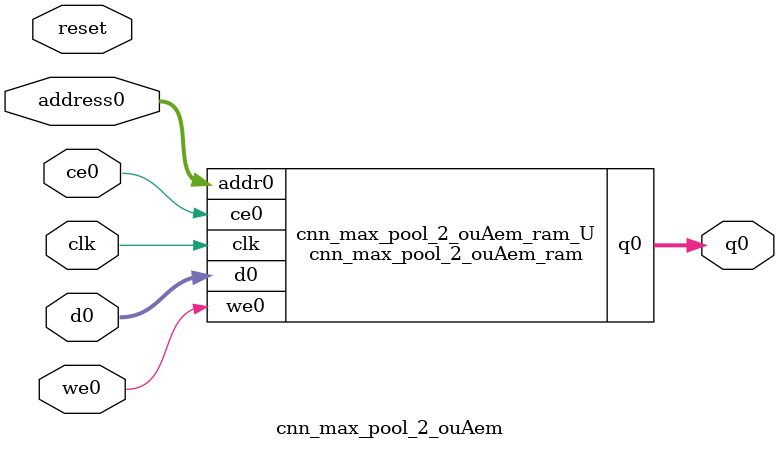
<source format=v>
`timescale 1 ns / 1 ps
module cnn_max_pool_2_ouAem_ram (addr0, ce0, d0, we0, q0,  clk);

parameter DWIDTH = 14;
parameter AWIDTH = 9;
parameter MEM_SIZE = 400;

input[AWIDTH-1:0] addr0;
input ce0;
input[DWIDTH-1:0] d0;
input we0;
output reg[DWIDTH-1:0] q0;
input clk;

(* ram_style = "block" *)reg [DWIDTH-1:0] ram[0:MEM_SIZE-1];




always @(posedge clk)  
begin 
    if (ce0) 
    begin
        if (we0) 
        begin 
            ram[addr0] <= d0; 
        end 
        q0 <= ram[addr0];
    end
end


endmodule

`timescale 1 ns / 1 ps
module cnn_max_pool_2_ouAem(
    reset,
    clk,
    address0,
    ce0,
    we0,
    d0,
    q0);

parameter DataWidth = 32'd14;
parameter AddressRange = 32'd400;
parameter AddressWidth = 32'd9;
input reset;
input clk;
input[AddressWidth - 1:0] address0;
input ce0;
input we0;
input[DataWidth - 1:0] d0;
output[DataWidth - 1:0] q0;



cnn_max_pool_2_ouAem_ram cnn_max_pool_2_ouAem_ram_U(
    .clk( clk ),
    .addr0( address0 ),
    .ce0( ce0 ),
    .we0( we0 ),
    .d0( d0 ),
    .q0( q0 ));

endmodule


</source>
